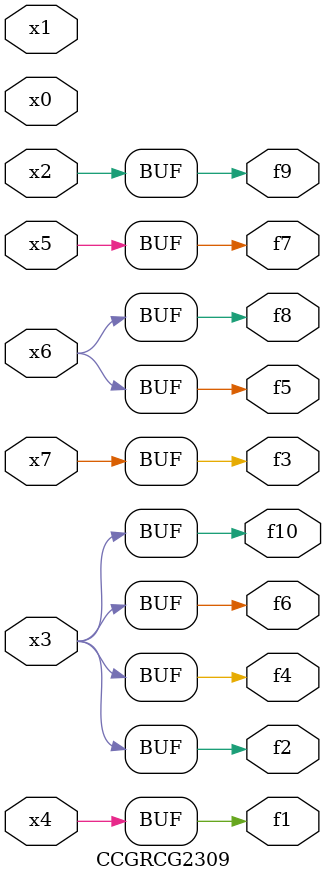
<source format=v>
module CCGRCG2309(
	input x0, x1, x2, x3, x4, x5, x6, x7,
	output f1, f2, f3, f4, f5, f6, f7, f8, f9, f10
);
	assign f1 = x4;
	assign f2 = x3;
	assign f3 = x7;
	assign f4 = x3;
	assign f5 = x6;
	assign f6 = x3;
	assign f7 = x5;
	assign f8 = x6;
	assign f9 = x2;
	assign f10 = x3;
endmodule

</source>
